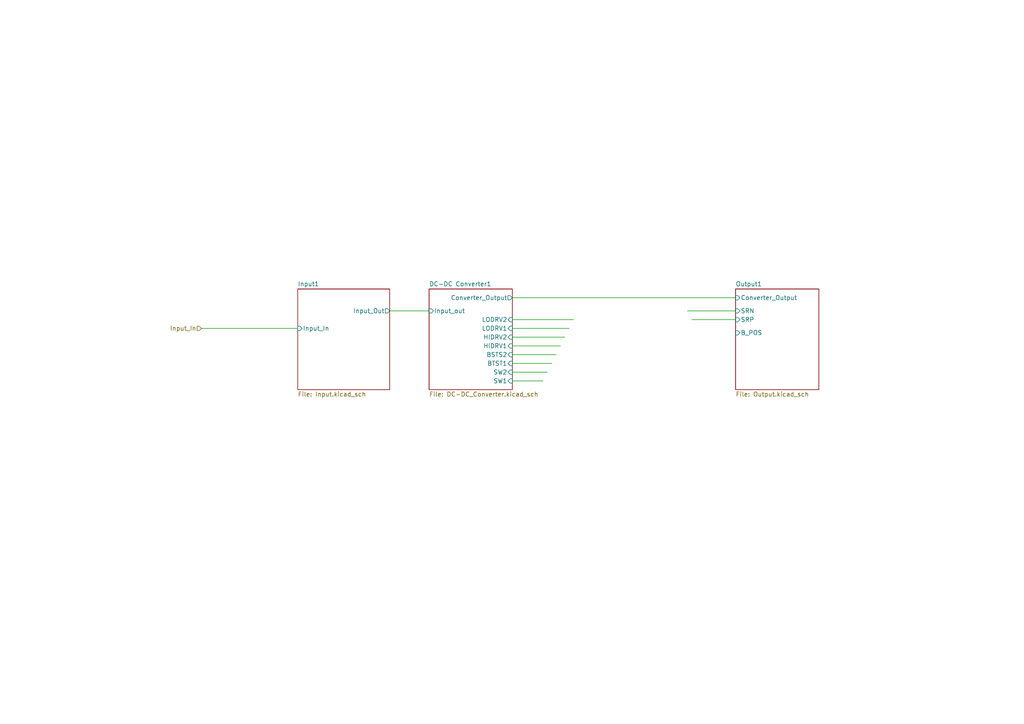
<source format=kicad_sch>
(kicad_sch
	(version 20231120)
	(generator "eeschema")
	(generator_version "8.0")
	(uuid "895fcb0e-6bce-4ee0-93b8-4c4819285b5c")
	(paper "A4")
	(lib_symbols)
	(wire
		(pts
			(xy 148.59 100.33) (xy 162.56 100.33)
		)
		(stroke
			(width 0)
			(type default)
		)
		(uuid "049feedb-66c4-4466-9181-9f4c37b1d794")
	)
	(wire
		(pts
			(xy 148.59 110.49) (xy 157.48 110.49)
		)
		(stroke
			(width 0)
			(type default)
		)
		(uuid "224ee87f-8e6b-4399-acb4-8f46ef638a47")
	)
	(wire
		(pts
			(xy 148.59 105.41) (xy 160.02 105.41)
		)
		(stroke
			(width 0)
			(type default)
		)
		(uuid "25b95f25-865e-46bd-abff-f8b981820cdd")
	)
	(wire
		(pts
			(xy 58.42 95.25) (xy 86.36 95.25)
		)
		(stroke
			(width 0)
			(type default)
		)
		(uuid "38f7f7f6-b2f8-4c16-8e9b-118f164aa7ec")
	)
	(wire
		(pts
			(xy 148.59 107.95) (xy 158.75 107.95)
		)
		(stroke
			(width 0)
			(type default)
		)
		(uuid "3f902f19-fdbf-409e-b8a2-88f08f05553a")
	)
	(wire
		(pts
			(xy 148.59 92.71) (xy 166.37 92.71)
		)
		(stroke
			(width 0)
			(type default)
		)
		(uuid "733c3346-9434-483c-95b6-39dbb2afab07")
	)
	(wire
		(pts
			(xy 148.59 102.87) (xy 161.29 102.87)
		)
		(stroke
			(width 0)
			(type default)
		)
		(uuid "77284746-dc21-4a64-b7c8-59d0395402bf")
	)
	(wire
		(pts
			(xy 199.39 90.17) (xy 213.36 90.17)
		)
		(stroke
			(width 0)
			(type default)
		)
		(uuid "81ec9b56-9844-41ef-8655-7efb06a9b3c3")
	)
	(wire
		(pts
			(xy 213.36 92.71) (xy 200.66 92.71)
		)
		(stroke
			(width 0)
			(type default)
		)
		(uuid "91b13bb7-4865-4063-8508-b9719900c9d1")
	)
	(wire
		(pts
			(xy 113.03 90.17) (xy 124.46 90.17)
		)
		(stroke
			(width 0)
			(type default)
		)
		(uuid "91c274cb-fdaf-472b-ba2e-287b2969bad0")
	)
	(wire
		(pts
			(xy 148.59 95.25) (xy 165.1 95.25)
		)
		(stroke
			(width 0)
			(type default)
		)
		(uuid "9344abf4-f64b-47e5-abb1-86e6bf932dec")
	)
	(wire
		(pts
			(xy 148.59 86.36) (xy 213.36 86.36)
		)
		(stroke
			(width 0)
			(type default)
		)
		(uuid "b04da601-8dc3-4b13-83c1-aaca26837a39")
	)
	(wire
		(pts
			(xy 148.59 97.79) (xy 163.83 97.79)
		)
		(stroke
			(width 0)
			(type default)
		)
		(uuid "f681731d-caf9-4192-accb-a2a2000ec1cb")
	)
	(hierarchical_label "Input_In"
		(shape input)
		(at 58.42 95.25 180)
		(effects
			(font
				(size 1.27 1.27)
			)
			(justify right)
		)
		(uuid "585a4c3d-4d5c-49e5-b203-5feffa38703c")
	)
	(sheet
		(at 86.36 83.82)
		(size 26.67 29.21)
		(fields_autoplaced yes)
		(stroke
			(width 0.1524)
			(type solid)
		)
		(fill
			(color 0 0 0 0.0000)
		)
		(uuid "440cceed-66ff-44c2-ab9a-49866a53b5e8")
		(property "Sheetname" "Input1"
			(at 86.36 83.1084 0)
			(effects
				(font
					(size 1.27 1.27)
				)
				(justify left bottom)
			)
		)
		(property "Sheetfile" "Input.kicad_sch"
			(at 86.36 113.6146 0)
			(effects
				(font
					(size 1.27 1.27)
				)
				(justify left top)
			)
		)
		(pin "Input_Out" output
			(at 113.03 90.17 0)
			(effects
				(font
					(size 1.27 1.27)
				)
				(justify right)
			)
			(uuid "36e027dc-d475-4316-9051-c676a4f80dad")
		)
		(pin "Input_In" input
			(at 86.36 95.25 180)
			(effects
				(font
					(size 1.27 1.27)
				)
				(justify left)
			)
			(uuid "39ec3d7a-2445-4512-91c9-c5f95c890f98")
		)
		(instances
			(project "Anscer_Aux"
				(path "/d44f2983-207f-44ee-9882-f58ad50f0fb3/6df31f2c-c34d-4cd4-a32f-02d24e632265"
					(page "7")
				)
			)
		)
	)
	(sheet
		(at 213.36 83.82)
		(size 24.13 29.21)
		(fields_autoplaced yes)
		(stroke
			(width 0.1524)
			(type solid)
		)
		(fill
			(color 0 0 0 0.0000)
		)
		(uuid "91af8e68-d760-4de3-9f15-0cb2e7ac5cee")
		(property "Sheetname" "Output1"
			(at 213.36 83.1084 0)
			(effects
				(font
					(size 1.27 1.27)
				)
				(justify left bottom)
			)
		)
		(property "Sheetfile" "Output.kicad_sch"
			(at 213.36 113.6146 0)
			(effects
				(font
					(size 1.27 1.27)
				)
				(justify left top)
			)
		)
		(pin "Converter_Output" input
			(at 213.36 86.36 180)
			(effects
				(font
					(size 1.27 1.27)
				)
				(justify left)
			)
			(uuid "89fa56ad-9440-436f-83e0-a232267a7a73")
		)
		(pin "SRN" input
			(at 213.36 90.17 180)
			(effects
				(font
					(size 1.27 1.27)
				)
				(justify left)
			)
			(uuid "1a1063ed-8f8f-433f-b65a-c87548ade668")
		)
		(pin "SRP" input
			(at 213.36 92.71 180)
			(effects
				(font
					(size 1.27 1.27)
				)
				(justify left)
			)
			(uuid "a77afd47-526c-46e1-b294-e2314de1bb3d")
		)
		(pin "B_POS" input
			(at 213.36 96.52 180)
			(effects
				(font
					(size 1.27 1.27)
				)
				(justify left)
			)
			(uuid "e15d8938-c6c4-44f0-b4f1-af9018249a23")
		)
		(instances
			(project "Anscer_Aux"
				(path "/d44f2983-207f-44ee-9882-f58ad50f0fb3/6df31f2c-c34d-4cd4-a32f-02d24e632265"
					(page "9")
				)
			)
		)
	)
	(sheet
		(at 124.46 83.82)
		(size 24.13 29.21)
		(fields_autoplaced yes)
		(stroke
			(width 0.1524)
			(type solid)
		)
		(fill
			(color 0 0 0 0.0000)
		)
		(uuid "f9c136df-ad71-4934-88e2-17bc0a28d8fd")
		(property "Sheetname" "DC-DC Converter1"
			(at 124.46 83.1084 0)
			(effects
				(font
					(size 1.27 1.27)
				)
				(justify left bottom)
			)
		)
		(property "Sheetfile" "DC-DC_Converter.kicad_sch"
			(at 124.46 113.6146 0)
			(effects
				(font
					(size 1.27 1.27)
				)
				(justify left top)
			)
		)
		(pin "Input_out" input
			(at 124.46 90.17 180)
			(effects
				(font
					(size 1.27 1.27)
				)
				(justify left)
			)
			(uuid "218c9f68-e57c-44da-9ca0-cd1860babed9")
		)
		(pin "Converter_Output" output
			(at 148.59 86.36 0)
			(effects
				(font
					(size 1.27 1.27)
				)
				(justify right)
			)
			(uuid "877b4266-5de4-4dd9-a970-b1b695c58bbe")
		)
		(pin "LODRV1" input
			(at 148.59 95.25 0)
			(effects
				(font
					(size 1.27 1.27)
				)
				(justify right)
			)
			(uuid "1cfaded2-ebf6-4f3a-9b49-8b5b2b244f79")
		)
		(pin "BTST1" input
			(at 148.59 105.41 0)
			(effects
				(font
					(size 1.27 1.27)
				)
				(justify right)
			)
			(uuid "025dfa98-44cd-4f1a-8eb3-4f28c5d21f71")
		)
		(pin "HIDRV1" input
			(at 148.59 100.33 0)
			(effects
				(font
					(size 1.27 1.27)
				)
				(justify right)
			)
			(uuid "e4d77ad8-232d-4e8a-a2b9-dee6ac98fe58")
		)
		(pin "SW1" input
			(at 148.59 110.49 0)
			(effects
				(font
					(size 1.27 1.27)
				)
				(justify right)
			)
			(uuid "c1c02e93-9e0e-4545-97b5-ad5548a56c6d")
		)
		(pin "SW2" input
			(at 148.59 107.95 0)
			(effects
				(font
					(size 1.27 1.27)
				)
				(justify right)
			)
			(uuid "8d88ea38-2cb0-42fe-8725-1be049db14ff")
		)
		(pin "HIDRV2" input
			(at 148.59 97.79 0)
			(effects
				(font
					(size 1.27 1.27)
				)
				(justify right)
			)
			(uuid "577b179a-83d2-44f9-ab91-bd8610a98093")
		)
		(pin "BSTS2" input
			(at 148.59 102.87 0)
			(effects
				(font
					(size 1.27 1.27)
				)
				(justify right)
			)
			(uuid "f3f8c433-9bfe-46dd-83f2-6928cb6ae510")
		)
		(pin "LODRV2" input
			(at 148.59 92.71 0)
			(effects
				(font
					(size 1.27 1.27)
				)
				(justify right)
			)
			(uuid "0ccd337f-1810-43a0-af7b-85416a34e7b0")
		)
		(instances
			(project "Anscer_Aux"
				(path "/d44f2983-207f-44ee-9882-f58ad50f0fb3/6df31f2c-c34d-4cd4-a32f-02d24e632265"
					(page "6")
				)
			)
		)
	)
)

</source>
